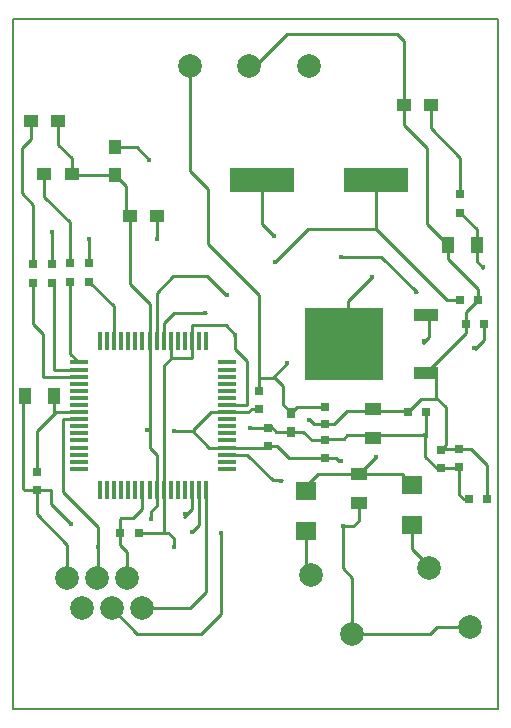
<source format=gtl>
%FSLAX44Y44*%
%MOMM*%
G71*
G01*
G75*
G04 Layer_Physical_Order=1*
G04 Layer_Color=255*
%ADD10R,0.8000X0.8000*%
%ADD11R,0.7000X0.8500*%
%ADD12R,1.0000X1.4000*%
%ADD13R,0.8000X0.8000*%
%ADD14R,6.6000X6.1000*%
%ADD15R,2.0000X1.0000*%
%ADD16R,1.4000X1.0000*%
%ADD17R,1.7000X1.5000*%
%ADD18R,1.5000X0.3000*%
%ADD19R,0.3000X1.5000*%
%ADD20R,1.2500X1.1000*%
%ADD21R,1.1000X1.2500*%
%ADD22R,5.5000X2.0000*%
%ADD23C,0.2540*%
%ADD24C,0.2000*%
%ADD25C,2.0000*%
%ADD26C,0.4000*%
D10*
X263977Y256347D02*
D03*
Y241361D02*
D03*
X263636Y227773D02*
D03*
Y212787D02*
D03*
X215921Y237960D02*
D03*
Y222974D02*
D03*
X378571Y420192D02*
D03*
Y436192D02*
D03*
X362226Y204807D02*
D03*
Y219793D02*
D03*
X377642Y205438D02*
D03*
Y220424D02*
D03*
X64338Y362164D02*
D03*
Y378164D02*
D03*
X48008Y361821D02*
D03*
Y377821D02*
D03*
X32703Y361483D02*
D03*
Y377483D02*
D03*
X17056Y361143D02*
D03*
Y377143D02*
D03*
X207980Y269680D02*
D03*
Y254694D02*
D03*
X19924Y185896D02*
D03*
Y200882D02*
D03*
D11*
X235029Y235162D02*
D03*
Y251162D02*
D03*
D12*
X392141Y393171D02*
D03*
X368141D02*
D03*
X9991Y265289D02*
D03*
X33991D02*
D03*
D13*
X393509Y347024D02*
D03*
X378523D02*
D03*
X383170Y326292D02*
D03*
X398156D02*
D03*
X349023Y251640D02*
D03*
X334037D02*
D03*
X385827Y177986D02*
D03*
X400813D02*
D03*
X106694Y149400D02*
D03*
X90694D02*
D03*
D14*
X280298Y309671D02*
D03*
D15*
X349158Y285171D02*
D03*
Y334171D02*
D03*
D16*
X304282Y230158D02*
D03*
Y254158D02*
D03*
X292309Y198970D02*
D03*
Y174970D02*
D03*
D17*
X337918Y155879D02*
D03*
Y189879D02*
D03*
X247398Y151102D02*
D03*
Y185102D02*
D03*
D18*
X55280Y203788D02*
D03*
Y209788D02*
D03*
Y215788D02*
D03*
Y221788D02*
D03*
Y269788D02*
D03*
Y245788D02*
D03*
Y239788D02*
D03*
Y233788D02*
D03*
Y227788D02*
D03*
Y263788D02*
D03*
Y257788D02*
D03*
Y251788D02*
D03*
Y275788D02*
D03*
Y281788D02*
D03*
Y287788D02*
D03*
Y293788D02*
D03*
X181280Y293788D02*
D03*
Y287788D02*
D03*
Y281788D02*
D03*
Y275788D02*
D03*
Y251788D02*
D03*
Y257788D02*
D03*
Y263788D02*
D03*
Y227788D02*
D03*
Y233788D02*
D03*
Y239788D02*
D03*
Y245788D02*
D03*
Y269788D02*
D03*
Y221788D02*
D03*
Y215788D02*
D03*
Y209788D02*
D03*
Y203788D02*
D03*
D19*
X163280Y311788D02*
D03*
X157280D02*
D03*
X151280D02*
D03*
X145280D02*
D03*
X97280D02*
D03*
X121280D02*
D03*
X127280D02*
D03*
X133280D02*
D03*
X139280D02*
D03*
X103280D02*
D03*
X109280D02*
D03*
X115280D02*
D03*
X91280D02*
D03*
X85280D02*
D03*
X79280D02*
D03*
X73280D02*
D03*
Y185788D02*
D03*
X79280D02*
D03*
X85280D02*
D03*
X91280D02*
D03*
X115280D02*
D03*
X109280D02*
D03*
X103280D02*
D03*
X139280D02*
D03*
X133280D02*
D03*
X127280D02*
D03*
X121280D02*
D03*
X97280D02*
D03*
X145280D02*
D03*
X151280D02*
D03*
X157280D02*
D03*
X163280D02*
D03*
D20*
X121760Y417786D02*
D03*
X98760D02*
D03*
X26306Y453163D02*
D03*
X49306D02*
D03*
X15080Y498404D02*
D03*
X38080D02*
D03*
X353748Y512010D02*
D03*
X330748D02*
D03*
D21*
X85768Y475888D02*
D03*
Y452888D02*
D03*
D22*
X307340Y448310D02*
D03*
X210820D02*
D03*
D23*
X152068Y236567D02*
X167289Y251788D01*
X181280D01*
X152068Y235775D02*
X166055Y221788D01*
X152068Y235775D02*
Y236567D01*
X136939Y235775D02*
X152068D01*
X275958Y210205D02*
X277302D01*
X273376Y212787D02*
X275958Y210205D01*
X263636Y212787D02*
X273376D01*
X257574Y198970D02*
X292309D01*
X357895Y263950D02*
X365979Y255865D01*
X357895Y263950D02*
Y281191D01*
X344898Y263121D02*
X358723D01*
X334775Y252999D02*
X344898Y263121D01*
X282818Y252999D02*
X334775D01*
X282851Y232510D02*
X348903D01*
Y214187D02*
Y232510D01*
Y214187D02*
X358283Y204807D01*
X349023Y230575D02*
Y251640D01*
X365979Y223547D02*
Y255865D01*
X362857Y220424D02*
X365979Y223547D01*
X181280Y251788D02*
X199033D01*
X201939Y254694D01*
X207980D01*
X181443Y257952D02*
X198012D01*
X324707Y571794D02*
X330748Y565753D01*
X231936Y571794D02*
X324707D01*
X204972Y544830D02*
X231936Y571794D01*
X199390Y544830D02*
X204972D01*
X330748Y512010D02*
Y565753D01*
X149860Y455961D02*
Y544830D01*
Y455961D02*
X165027Y440793D01*
X19924Y165182D02*
Y185896D01*
Y165182D02*
X45630Y139476D01*
Y111000D02*
Y139476D01*
X8547Y186859D02*
X9509Y185896D01*
X19924D01*
Y200882D02*
Y235831D01*
X35881Y251788D02*
X55280D01*
X109280Y169484D02*
Y185788D01*
X101637Y161840D02*
X109280Y169484D01*
X90993Y161840D02*
X101637D01*
X90694Y161541D02*
X90993Y161840D01*
X90694Y149400D02*
Y161541D01*
Y138924D02*
Y149400D01*
Y138924D02*
X96430Y133188D01*
Y111000D02*
Y133188D01*
X106694Y149400D02*
X117649D01*
X117698Y149449D01*
X131313D02*
X135677Y145085D01*
Y137754D02*
Y145085D01*
X71616Y111586D02*
Y137754D01*
Y154162D01*
X41941Y183837D02*
X71616Y154162D01*
X41941Y183837D02*
Y245629D01*
X42100Y245788D01*
X55280D01*
X109130Y85600D02*
X149501D01*
X163280Y99380D01*
Y185788D01*
X83730Y85600D02*
X105061Y64269D01*
X158896D01*
X175825Y81198D01*
Y149274D01*
X157280Y155907D02*
Y185788D01*
X19924Y185896D02*
X31852D01*
Y174026D02*
Y185896D01*
Y174026D02*
X49098Y156781D01*
X121280Y172581D02*
Y185788D01*
X116825Y168127D02*
X121280Y172581D01*
X127280Y149605D02*
Y185788D01*
X117698Y149449D02*
X131313D01*
X116825Y161668D02*
Y168127D01*
X8547Y186859D02*
Y263844D01*
X9991Y265289D01*
X33991Y250437D02*
Y265289D01*
X19924Y235831D02*
X35881Y251788D01*
X24861Y281788D02*
X55280D01*
X24861D02*
Y318218D01*
X17056Y326023D02*
X24861Y318218D01*
X17056Y326023D02*
Y361143D01*
X33995Y287788D02*
X55280D01*
X33995D02*
Y360192D01*
X32703Y361483D02*
X33995Y360192D01*
X48008Y301060D02*
Y361821D01*
X85280Y311788D02*
Y341222D01*
X64338Y362164D02*
X85280Y341222D01*
X17056Y377143D02*
Y427265D01*
X7379Y436942D02*
X17056Y427265D01*
X7379Y436942D02*
Y475344D01*
X15080Y483046D01*
Y498404D01*
X38080Y477983D02*
Y498404D01*
Y477983D02*
X49306Y466758D01*
Y453163D02*
Y466758D01*
X26306Y434075D02*
Y453163D01*
Y434075D02*
X48008Y412372D01*
Y377821D02*
Y412372D01*
X32703Y377483D02*
Y403965D01*
X49581Y452888D02*
X85768D01*
X98760Y360219D02*
Y417786D01*
Y360219D02*
X115280Y343699D01*
Y311788D02*
Y343699D01*
X85768Y475888D02*
X104407D01*
X114903Y465392D01*
X121760Y398412D02*
Y417786D01*
X64338Y378164D02*
Y398419D01*
X151386Y150013D02*
X157280Y155907D01*
X151280Y169765D02*
Y185788D01*
X144230Y162715D02*
X151280Y169765D01*
X247398Y118992D02*
Y151102D01*
Y118992D02*
X252129Y114262D01*
X337918Y135775D02*
Y155879D01*
Y135775D02*
X351947Y121746D01*
X292309Y198970D02*
X328826D01*
X337918Y189879D01*
X247398Y188795D02*
X257574Y198970D01*
X214310Y221364D02*
X215921Y222974D01*
X222887D02*
X233074Y212787D01*
X263636D01*
X222788Y235162D02*
X235029D01*
X245278D01*
X252666Y227773D01*
X263636D01*
X265250Y229387D01*
X279727D01*
X282851Y232510D01*
X358283Y204807D02*
X362226D01*
X377642Y181961D02*
X381616Y177986D01*
X385827D01*
X362226Y204807D02*
X377010D01*
X377642Y181961D02*
Y205438D01*
X400813Y177986D02*
Y207257D01*
X387645Y220424D02*
X400813Y207257D01*
X377642Y220424D02*
X387645D01*
X362857D02*
X377642D01*
X271180Y241361D02*
X282818Y252999D01*
X333895Y251498D02*
X334037Y251640D01*
X254817Y241361D02*
X263977D01*
X271180D01*
X165027Y393841D02*
Y440793D01*
X292309Y159978D02*
Y174970D01*
X287886Y155555D02*
X292309Y159978D01*
X250770Y245408D02*
X254817Y241361D01*
X292309Y198970D02*
X307089Y213751D01*
X383170Y326292D02*
Y336685D01*
X393509Y347024D01*
Y355931D01*
X368141Y381299D02*
X393509Y355931D01*
X368141Y381299D02*
Y393171D01*
X349855Y411458D02*
X368141Y393171D01*
X349855Y411458D02*
Y475691D01*
X330748Y494798D02*
X349855Y475691D01*
X330748Y494798D02*
Y512010D01*
X353748Y492042D02*
Y512010D01*
Y492042D02*
X378571Y467219D01*
Y436192D02*
Y467219D01*
Y420192D02*
X392141Y406622D01*
Y393171D02*
Y406622D01*
Y379642D02*
Y393171D01*
X283040Y306288D02*
Y345862D01*
X303249Y366071D01*
X392141Y379642D02*
X397683Y374100D01*
X366982Y347024D02*
X378523D01*
X307340Y406666D02*
X366982Y347024D01*
X307340Y406666D02*
Y448310D01*
X249410Y406666D02*
X307340D01*
X221906Y379162D02*
X249410Y406666D01*
X127280Y311788D02*
Y326907D01*
X135921Y335548D01*
X121280Y311788D02*
Y352620D01*
X135445Y366785D01*
X163939D01*
X179796Y350928D01*
X135921Y335548D02*
X163224D01*
X210820Y411325D02*
X220970Y401175D01*
X210820Y411325D02*
Y448310D01*
X277708Y383288D02*
X311693D01*
X398156Y313084D02*
Y326292D01*
X351900Y315641D02*
Y330788D01*
X383170Y318799D02*
Y326292D01*
X351900Y287529D02*
X383170Y318799D01*
X351900Y287529D02*
X357895Y281191D01*
X390668Y305595D02*
X398156Y313084D01*
X311693Y383288D02*
X341855Y353126D01*
X346966Y310707D02*
X351900Y315641D01*
X215921Y222974D02*
X222887D01*
X208117Y269818D02*
Y280974D01*
X219734D01*
X231776Y293016D01*
X181280Y215788D02*
X197901D01*
X199953Y237960D02*
X215921D01*
X217955Y239995D02*
X222788Y235162D01*
X151280Y311788D02*
Y325307D01*
X179837D01*
X187841Y317303D01*
X133280Y297169D02*
Y311788D01*
Y297169D02*
X151233D01*
Y311741D01*
X127280Y185788D02*
Y291169D01*
X166055Y221788D02*
X181280D01*
X215921D01*
X121280Y185788D02*
Y215313D01*
X115280Y221313D02*
X121280Y215313D01*
X279160Y119623D02*
Y155383D01*
Y119623D02*
X287129Y111655D01*
Y64262D02*
Y111655D01*
X278111Y155555D02*
X287886D01*
X287129Y64262D02*
X352508D01*
X358380Y70134D01*
X386947D01*
X95507Y421038D02*
X98760Y417786D01*
X95507Y421038D02*
Y443148D01*
X85768Y452888D02*
X95507Y443148D01*
X197901Y215788D02*
X219685Y194004D01*
X227127D01*
X235029Y251162D02*
X240214Y256347D01*
X263977D01*
X187841Y305475D02*
Y317303D01*
Y305475D02*
X198012Y295304D01*
Y257952D02*
Y295304D01*
X220497Y281646D02*
X227966Y274177D01*
Y258224D02*
Y274177D01*
Y258224D02*
X235029Y251162D01*
X165027Y393841D02*
X208117Y350751D01*
Y280974D02*
Y350751D01*
X127280Y291169D02*
X133280Y297169D01*
X48008Y301060D02*
X55280Y293788D01*
X115280Y221313D02*
Y311788D01*
D24*
X0Y0D02*
X410000D01*
X0D02*
Y585000D01*
X410000Y0D02*
Y585000D01*
X0D02*
X410000D01*
D25*
X96430Y111000D02*
D03*
X71030D02*
D03*
X45630D02*
D03*
X58330Y85600D02*
D03*
X83730D02*
D03*
X109130D02*
D03*
X250190Y544830D02*
D03*
X149860D02*
D03*
X199390D02*
D03*
X252129Y114262D02*
D03*
X287129Y64262D02*
D03*
X351947Y120133D02*
D03*
X386947Y70134D02*
D03*
D26*
X113124Y236570D02*
D03*
X277302Y210205D02*
D03*
X135677Y137754D02*
D03*
X71616D02*
D03*
X116825Y161668D02*
D03*
X49098Y156781D02*
D03*
X64338Y398419D02*
D03*
X121760Y398412D02*
D03*
X32703Y403965D02*
D03*
X114903Y465392D02*
D03*
X175825Y149274D02*
D03*
X151386Y150013D02*
D03*
X145452Y165507D02*
D03*
X250491Y245130D02*
D03*
X279160Y155383D02*
D03*
X303249Y366071D02*
D03*
X397858Y374799D02*
D03*
X307089Y213751D02*
D03*
X221906Y379162D02*
D03*
X162389Y335906D02*
D03*
X180511Y351166D02*
D03*
X277708Y383288D02*
D03*
X220970Y401175D02*
D03*
X341088Y353386D02*
D03*
X390412Y305851D02*
D03*
X347477Y312240D02*
D03*
X231562Y293647D02*
D03*
X199953Y237960D02*
D03*
X187841Y317303D02*
D03*
X136095Y235986D02*
D03*
X226472Y193506D02*
D03*
X348903Y232510D02*
D03*
M02*

</source>
